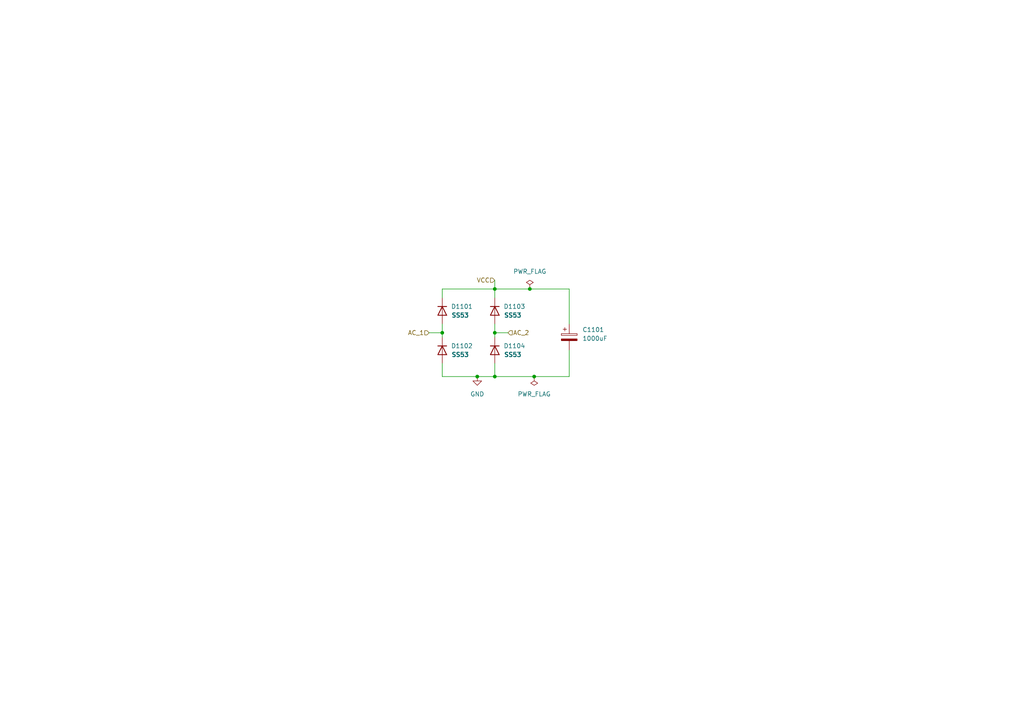
<source format=kicad_sch>
(kicad_sch (version 20230121) (generator eeschema)
  (paper "A4")
  (lib_symbols
    (symbol "Device:C_Polarized" (pin_numbers hide) (pin_names (offset 0.254))
      (property "Reference" "C" (at 0.635 2.54 0))
      (property "Value" "C_Polarized" (at 0.635 -2.54 0))
      (symbol "C_Polarized_0_1"
        (rectangle (start -2.286 0.508) (end 2.286 1.016))
        (polyline (pts (xy -1.778 2.286) (xy -0.762 2.286)))
        (polyline (pts (xy -1.27 2.794) (xy -1.27 1.778)))
        (rectangle (start 2.286 -0.508) (end -2.286 -1.016) (fill (type outline)))
      )
      (symbol "C_Polarized_1_1"
        (pin passive line (at 0 3.81 270) (length 2.794) (name "~") (number "1"))
        (pin passive line (at 0 -3.81 90) (length 2.794) (name "~") (number "2"))
      )
    )
    (symbol "custom_kicad_lib_sk:SS53" (pin_numbers hide) (pin_names (offset 1.016) hide)
      (property "Reference" "D" (at 0 2.54 0))
      (property "Value" "SS53" (at 0 -1.27 0))
      (symbol "SS53_0_1"
        (polyline (pts (xy -1.27 2.54) (xy -1.27 0)) (stroke (width 0.254)))
        (polyline (pts (xy 1.27 1.27) (xy -1.27 1.27)))
        (polyline (pts (xy 1.27 2.54) (xy 1.27 0) (xy -1.27 1.27) (xy 1.27 2.54)) (stroke (width 0.254)))
      )
      (symbol "SS53_1_1"
        (pin passive line (at -3.81 1.27 0) (length 2.54) (name "K") (number "1"))
        (pin passive line (at 3.81 1.27 180) (length 2.54) (name "A") (number "2"))
      )
    )
    (symbol "power:GND" (power) (pin_names (offset 0))
      (property "Value" "GND" (at 0 -3.81 0))
      (symbol "GND_0_1"
        (polyline (pts (xy 0 0) (xy 0 -1.27) (xy 1.27 -1.27) (xy 0 -2.54) (xy -1.27 -1.27) (xy 0 -1.27)))
      )
      (symbol "GND_1_1"
        (pin power_in line (at 0 0 270) (length 0) hide (name "GND") (number "1"))
      )
    )
    (symbol "power:PWR_FLAG" (power) (pin_numbers hide) (pin_names (offset 0) hide)
      (property "Value" "PWR_FLAG" (at 0 3.81 0))
      (symbol "PWR_FLAG_0_0"
        (pin power_out line (at 0 0 90) (length 0) (name "pwr") (number "1"))
      )
      (symbol "PWR_FLAG_0_1"
        (polyline (pts (xy 0 0) (xy 0 1.27) (xy -1.016 1.905) (xy 0 2.54) (xy 1.016 1.905) (xy 0 1.27)))
      )
    )
  )
  (junction (at 154.94 109.22))
  (junction (at 143.51 109.22))
  (junction (at 128.27 96.52))
  (junction (at 143.51 96.52))
  (junction (at 138.43 109.22))
  (junction (at 153.67 83.82))
  (junction (at 143.51 83.82))
  (wire (pts (xy 143.51 83.82) (xy 143.51 86.36)))
  (wire (pts (xy 165.1 83.82) (xy 153.67 83.82)))
  (wire (pts (xy 128.27 83.82) (xy 143.51 83.82)))
  (wire (pts (xy 124.46 96.52) (xy 128.27 96.52)))
  (wire (pts (xy 128.27 86.36) (xy 128.27 83.82)))
  (wire (pts (xy 143.51 81.28) (xy 143.51 83.82)))
  (wire (pts (xy 128.27 96.52) (xy 128.27 97.79)))
  (wire (pts (xy 128.27 109.22) (xy 128.27 105.41)))
  (wire (pts (xy 165.1 109.22) (xy 165.1 101.6)))
  (wire (pts (xy 147.32 96.52) (xy 143.51 96.52)))
  (wire (pts (xy 153.67 83.82) (xy 143.51 83.82)))
  (wire (pts (xy 143.51 93.98) (xy 143.51 96.52)))
  (wire (pts (xy 143.51 105.41) (xy 143.51 109.22)))
  (wire (pts (xy 138.43 109.22) (xy 143.51 109.22)))
  (wire (pts (xy 154.94 109.22) (xy 165.1 109.22)))
  (wire (pts (xy 143.51 96.52) (xy 143.51 97.79)))
  (wire (pts (xy 143.51 109.22) (xy 154.94 109.22)))
  (wire (pts (xy 128.27 109.22) (xy 138.43 109.22)))
  (wire (pts (xy 165.1 93.98) (xy 165.1 83.82)))
  (wire (pts (xy 128.27 93.98) (xy 128.27 96.52)))
  (hierarchical_label "VCC" (shape input) (at 143.51 81.28 180))
  (hierarchical_label "AC_2" (shape input) (at 147.32 96.52 0))
  (hierarchical_label "AC_1" (shape input) (at 124.46 96.52 180))
  (symbol (lib_id "power:GND") (at 138.43 109.22 0) (unit 1)
    (property "Reference" "#PWR01001" (effects hide))
    (property "Value" "GND" (at 138.43 114.3 0))
  )
  (symbol (lib_id "custom_kicad_lib_sk:SS53") (at 142.24 90.17 270) (unit 1)
    (property "Reference" "D1103" (at 146.05 88.9 90) (effects (justify left)))
    (property "Value" "SS53" (at 146.05 91.44 90) (effects (font bold) (justify left)))
    (property "Footprint" "Diode_SMD:D_SMA" (effects hide))
    (property "Sim.Device" "D" (effects hide))
    (property "Sim.Pins" "1=K 2=A" (effects hide))
    (property "JLCPCB Part#" "C8678" (effects hide))
  )
  (symbol (lib_id "custom_kicad_lib_sk:SS53") (at 127 90.17 270) (unit 1)
    (property "Reference" "D1101" (at 130.81 88.9 90) (effects (justify left)))
    (property "Value" "SS53" (at 130.81 91.44 90) (effects (font bold) (justify left)))
    (property "Footprint" "Diode_SMD:D_SMA" (effects hide))
    (property "Sim.Device" "D" (effects hide))
    (property "Sim.Pins" "1=K 2=A" (effects hide))
    (property "JLCPCB Part#" "C8678" (effects hide))
  )
  (symbol (lib_id "custom_kicad_lib_sk:SS53") (at 142.24 101.6 270) (unit 1)
    (property "Reference" "D1104" (at 146.05 100.33 90) (effects (justify left)))
    (property "Value" "SS53" (at 146.05 102.87 90) (effects (font bold) (justify left)))
    (property "Footprint" "Diode_SMD:D_SMA" (effects hide))
    (property "Sim.Device" "D" (effects hide))
    (property "Sim.Pins" "1=K 2=A" (effects hide))
    (property "JLCPCB Part#" "C8678" (effects hide))
  )
  (symbol (lib_id "power:PWR_FLAG") (at 153.67 83.82 0) (unit 1)
    (property "Reference" "#FLG01101" (effects hide))
    (property "Value" "PWR_FLAG" (at 153.67 78.74 0))
  )
  (symbol (lib_id "custom_kicad_lib_sk:SS53") (at 127 101.6 270) (unit 1)
    (property "Reference" "D1102" (at 130.81 100.33 90) (effects (justify left)))
    (property "Value" "SS53" (at 130.81 102.87 90) (effects (font bold) (justify left)))
    (property "Footprint" "Diode_SMD:D_SMA" (effects hide))
    (property "Sim.Device" "D" (effects hide))
    (property "Sim.Pins" "1=K 2=A" (effects hide))
    (property "JLCPCB Part#" "C8678" (effects hide))
  )
  (symbol (lib_id "power:PWR_FLAG") (at 154.94 109.22 180) (unit 1)
    (property "Reference" "#FLG01102" (effects hide))
    (property "Value" "PWR_FLAG" (at 154.94 114.3 0))
  )
  (symbol (lib_id "Device:C_Polarized") (at 165.1 97.79 0) (unit 1)
    (property "Reference" "C1101" (at 168.91 95.631 0) (effects (justify left)))
    (property "Value" "1000uF" (at 168.91 98.171 0) (effects (justify left)))
    (property "Footprint" "Capacitor_SMD:CP_Elec_8x10.5" (effects hide))
    (property "JLCPCB Part#" "C7471888" (effects hide))
  )
)
</source>
